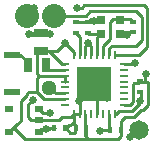
<source format=gtl>
G04 #@! TF.FileFunction,Copper,L1,Top,Signal*
%FSLAX46Y46*%
G04 Gerber Fmt 4.6, Leading zero omitted, Abs format (unit mm)*
G04 Created by KiCad (PCBNEW 4.0.3+e1-6302~38~ubuntu14.04.1-stable) date Wed Aug 31 10:57:53 2016*
%MOMM*%
%LPD*%
G01*
G04 APERTURE LIST*
%ADD10C,0.150000*%
%ADD11R,1.400000X0.500000*%
%ADD12R,1.143000X0.635000*%
%ADD13R,0.254000X0.762000*%
%ADD14R,0.762000X0.254000*%
%ADD15R,2.999740X2.999740*%
%ADD16R,0.700000X0.700000*%
%ADD17C,2.032000*%
%ADD18C,1.651000*%
%ADD19R,0.762000X0.508000*%
%ADD20C,1.280000*%
%ADD21R,0.599440X0.398780*%
%ADD22R,0.398780X0.599440*%
%ADD23R,0.635000X1.143000*%
%ADD24C,0.635000*%
%ADD25C,0.228600*%
G04 APERTURE END LIST*
D10*
D11*
X47193200Y-30429400D03*
X47193200Y-33629400D03*
D12*
X49631600Y-28625800D03*
X49631600Y-30149800D03*
D13*
X52915820Y-30457140D03*
X53416200Y-30457140D03*
X53916580Y-30457140D03*
X52415440Y-30457140D03*
D14*
X51666140Y-31206440D03*
X51666140Y-31706820D03*
X51666140Y-32207200D03*
X51666140Y-32707580D03*
X51666140Y-33205420D03*
X51666140Y-33705800D03*
X51666140Y-34206180D03*
X51666140Y-34706560D03*
D13*
X55915560Y-35455860D03*
X52415440Y-35455860D03*
X52915820Y-35455860D03*
X53416200Y-35455860D03*
X53916580Y-35455860D03*
X54414420Y-35455860D03*
X54914800Y-35455860D03*
X55415180Y-35455860D03*
D14*
X56664860Y-34706560D03*
X56664860Y-34206180D03*
X56664860Y-33705800D03*
X56664860Y-33205420D03*
X56664860Y-32707580D03*
X56664860Y-32207200D03*
X56664860Y-31706820D03*
X56664860Y-31206440D03*
D13*
X55915560Y-30457140D03*
X55415180Y-30457140D03*
X54914800Y-30457140D03*
X54414420Y-30457140D03*
D15*
X54165500Y-32956500D03*
D16*
X54724400Y-28692400D03*
X56324400Y-27492400D03*
X54724400Y-27492400D03*
X56324400Y-28692400D03*
D17*
X50749200Y-27127200D03*
X48437800Y-27127200D03*
D18*
X57962800Y-36830000D03*
D19*
X49504600Y-36944300D03*
X49504600Y-35039300D03*
X46964600Y-36944300D03*
X49504600Y-35991800D03*
X46964600Y-35039300D03*
D20*
X50368200Y-33223200D03*
D21*
X53644800Y-28592780D03*
X53644800Y-27693620D03*
X57404000Y-28541980D03*
X57404000Y-27642820D03*
D22*
X52585620Y-36677600D03*
X53484780Y-36677600D03*
D21*
X52578000Y-27693620D03*
X52578000Y-28592780D03*
D22*
X56393080Y-36830000D03*
X55493920Y-36830000D03*
D21*
X58064400Y-33571180D03*
X58064400Y-32672020D03*
D22*
X51655980Y-36677600D03*
X50756820Y-36677600D03*
D23*
X48539400Y-31292800D03*
X50063400Y-31292800D03*
D24*
X53644800Y-29464000D03*
X58521600Y-32054800D03*
X51689000Y-29464000D03*
X50063400Y-36753800D03*
X50419000Y-35331400D03*
X57607200Y-31140400D03*
X58064400Y-34391600D03*
X48971200Y-34264600D03*
X50419000Y-28651200D03*
X55219600Y-34137600D03*
X48641000Y-28702000D03*
X52882800Y-34340800D03*
X54152800Y-27584400D03*
X56896000Y-28803600D03*
X57150000Y-37388800D03*
X54610000Y-36880800D03*
X52679600Y-26466800D03*
X49085500Y-26479500D03*
D25*
X49631600Y-30149800D02*
X49555400Y-30149800D01*
X49555400Y-30149800D02*
X49301400Y-30403800D01*
X49301400Y-30403800D02*
X49301400Y-32029400D01*
X49301400Y-32029400D02*
X49517300Y-32245300D01*
X49517300Y-32245300D02*
X49517300Y-32207200D01*
X51666140Y-31206440D02*
X51399440Y-31206440D01*
X51399440Y-31206440D02*
X50342800Y-30149800D01*
X49631600Y-30149800D02*
X50342800Y-30149800D01*
X50342800Y-30149800D02*
X51003200Y-30149800D01*
X51003200Y-30149800D02*
X51689000Y-29464000D01*
X48437800Y-33731200D02*
X48437800Y-33832800D01*
X47929800Y-36017200D02*
X47650400Y-36296600D01*
X47650400Y-36296600D02*
X47307500Y-36639500D01*
X47929800Y-34340800D02*
X47929800Y-36017200D01*
X48437800Y-33832800D02*
X47929800Y-34340800D01*
X48564800Y-33604200D02*
X48437800Y-33731200D01*
X48437800Y-33731200D02*
X48456850Y-33712150D01*
X47307500Y-36639500D02*
X47028100Y-36918900D01*
X47028100Y-36918900D02*
X46939200Y-36918900D01*
X58115200Y-35102800D02*
X57505600Y-35712400D01*
X58724800Y-34696400D02*
X58318400Y-35102800D01*
X58318400Y-35102800D02*
X58115200Y-35102800D01*
X58724800Y-34340800D02*
X58724800Y-34696400D01*
X56393080Y-36062920D02*
X56393080Y-36830000D01*
X56743600Y-35712400D02*
X56393080Y-36062920D01*
X57505600Y-35712400D02*
X56743600Y-35712400D01*
X56393080Y-36824920D02*
X56393080Y-36830000D01*
X51666140Y-32207200D02*
X49517300Y-32207200D01*
X49517300Y-32207200D02*
X49555400Y-32207200D01*
X51666140Y-32707580D02*
X51666140Y-32207200D01*
X47307500Y-36639500D02*
X47358300Y-36639500D01*
X48260000Y-37541200D02*
X53644800Y-37541200D01*
X47358300Y-36639500D02*
X48260000Y-37541200D01*
X53484780Y-36677600D02*
X53484780Y-37193220D01*
X53484780Y-37193220D02*
X53416200Y-37261800D01*
X53416200Y-35455860D02*
X53416200Y-37261800D01*
X53416200Y-37261800D02*
X53416200Y-37312600D01*
X53416200Y-37312600D02*
X53644800Y-37541200D01*
X56393080Y-37332920D02*
X56393080Y-36830000D01*
X56184800Y-37541200D02*
X56393080Y-37332920D01*
X53644800Y-37541200D02*
X56184800Y-37541200D01*
X51666140Y-34206180D02*
X50850800Y-34206180D01*
X53916580Y-30457140D02*
X53916580Y-29735780D01*
X53916580Y-29735780D02*
X53644800Y-29464000D01*
X53416200Y-30457140D02*
X53416200Y-29692600D01*
X53416200Y-29692600D02*
X53644800Y-29464000D01*
X52415440Y-30457140D02*
X52425600Y-30446980D01*
X52425600Y-30446980D02*
X52425600Y-30200600D01*
X52425600Y-30200600D02*
X51689000Y-29464000D01*
X58420000Y-32773620D02*
X58420000Y-32156400D01*
X58420000Y-32156400D02*
X58521600Y-32054800D01*
X58064400Y-32773620D02*
X58420000Y-32773620D01*
X58420000Y-32773620D02*
X58681620Y-32773620D01*
X58681620Y-32773620D02*
X58724800Y-32816800D01*
X58724800Y-32816800D02*
X58724800Y-34340800D01*
X58724800Y-34340800D02*
X58724800Y-34290000D01*
X56664860Y-34706560D02*
X57177940Y-34706560D01*
X57467500Y-32893000D02*
X57409080Y-32951420D01*
X57536080Y-32824420D02*
X57912000Y-32824420D01*
X57467500Y-32893000D02*
X57536080Y-32824420D01*
X57404000Y-32956500D02*
X57409080Y-32951420D01*
X57404000Y-34480500D02*
X57404000Y-32956500D01*
X57177940Y-34706560D02*
X57404000Y-34480500D01*
X49326800Y-33604200D02*
X49326800Y-32435800D01*
X49326800Y-32435800D02*
X49555400Y-32207200D01*
X49326800Y-33604200D02*
X48564800Y-33604200D01*
X49987200Y-34206180D02*
X49928780Y-34206180D01*
X49928780Y-34206180D02*
X49326800Y-33604200D01*
X50850800Y-34206180D02*
X49987200Y-34206180D01*
X49987200Y-34206180D02*
X50012600Y-34206180D01*
X50012600Y-34206180D02*
X50055780Y-34206180D01*
X50850800Y-34206180D02*
X50868580Y-34206180D01*
X50444400Y-36639500D02*
X50330100Y-36753800D01*
X50330100Y-36753800D02*
X50063400Y-36753800D01*
X50063400Y-36753800D02*
X49644300Y-36753800D01*
X49644300Y-36753800D02*
X49479200Y-36918900D01*
X49479200Y-35013900D02*
X49796700Y-35331400D01*
X49796700Y-35331400D02*
X50419000Y-35331400D01*
X50858420Y-36639500D02*
X50444400Y-36639500D01*
X50444400Y-36639500D02*
X50165000Y-36639500D01*
X50165000Y-36639500D02*
X50101500Y-36576000D01*
X56664860Y-31206440D02*
X57541160Y-31206440D01*
X57541160Y-31206440D02*
X57607200Y-31140400D01*
X55915560Y-35455860D02*
X55984140Y-35455860D01*
X55984140Y-35455860D02*
X56235600Y-35204400D01*
X56235600Y-35204400D02*
X57353200Y-35204400D01*
X57353200Y-35204400D02*
X58064400Y-34493200D01*
X58064400Y-34493200D02*
X58064400Y-34391600D01*
X58102500Y-33660080D02*
X58102500Y-34353500D01*
X58102500Y-34353500D02*
X58064400Y-34391600D01*
X48590200Y-34899600D02*
X48590200Y-34645600D01*
X48590200Y-34645600D02*
X48971200Y-34264600D01*
X49631600Y-28625800D02*
X50393600Y-28625800D01*
X50393600Y-28625800D02*
X50419000Y-28651200D01*
X49555400Y-28727400D02*
X48666400Y-28727400D01*
X48666400Y-28727400D02*
X48641000Y-28702000D01*
X48742600Y-28600400D02*
X49428400Y-28600400D01*
X49428400Y-28600400D02*
X49555400Y-28727400D01*
X55219600Y-34137600D02*
X54165500Y-33083500D01*
X54165500Y-33083500D02*
X54165500Y-32956500D01*
X48590200Y-34899600D02*
X48577500Y-34912300D01*
X48577500Y-34912300D02*
X48539400Y-34950400D01*
X48539400Y-34950400D02*
X48539400Y-35712400D01*
X48539400Y-35712400D02*
X48793400Y-35966400D01*
X48793400Y-35966400D02*
X49479200Y-35966400D01*
X49479200Y-35966400D02*
X49504600Y-35991800D01*
X49504600Y-35991800D02*
X51155600Y-35991800D01*
X51155600Y-35991800D02*
X51460400Y-35687000D01*
X48488600Y-28854400D02*
X48742600Y-28600400D01*
X48742600Y-28600400D02*
X48641000Y-28702000D01*
X52882800Y-34340800D02*
X54165500Y-33058100D01*
X54165500Y-33058100D02*
X54165500Y-32956500D01*
X52527200Y-37033200D02*
X52527200Y-36736020D01*
X52527200Y-36736020D02*
X52585620Y-36677600D01*
X52585620Y-36677600D02*
X52585620Y-36482020D01*
X52585620Y-36482020D02*
X52324000Y-36220400D01*
X52534820Y-37033200D02*
X52527200Y-37033200D01*
X52527200Y-37033200D02*
X52151280Y-37033200D01*
X52151280Y-37033200D02*
X51757580Y-36639500D01*
X54203600Y-27441600D02*
X54203600Y-27533600D01*
X54203600Y-27533600D02*
X54152800Y-27584400D01*
X53644800Y-27693620D02*
X52578000Y-27693620D01*
X54724400Y-27441600D02*
X54203600Y-27441600D01*
X54203600Y-27441600D02*
X53896820Y-27441600D01*
X53896820Y-27441600D02*
X53644800Y-27693620D01*
X56324400Y-28641600D02*
X56734000Y-28641600D01*
X56734000Y-28641600D02*
X56896000Y-28803600D01*
X51460400Y-35687000D02*
X52184300Y-35687000D01*
X52184300Y-35687000D02*
X52415440Y-35455860D01*
X54414420Y-35455860D02*
X54414420Y-33205420D01*
X54414420Y-33205420D02*
X54165500Y-32956500D01*
X52915820Y-35455860D02*
X52915820Y-34206180D01*
X52915820Y-34206180D02*
X54165500Y-32956500D01*
X52415440Y-35455860D02*
X52915820Y-35455860D01*
X51996340Y-36400740D02*
X52143660Y-36400740D01*
X52143660Y-36400740D02*
X52324000Y-36220400D01*
X52324000Y-36220400D02*
X52415440Y-36128960D01*
X52415440Y-36128960D02*
X52415440Y-35455860D01*
X51757580Y-36639500D02*
X51996340Y-36400740D01*
X57353200Y-28491180D02*
X56474820Y-28491180D01*
X56474820Y-28491180D02*
X56324400Y-28641600D01*
X51460400Y-35687000D02*
X51523900Y-35687000D01*
X53995320Y-32964120D02*
X53746400Y-32715200D01*
X48539400Y-31292800D02*
X48539400Y-31089600D01*
X48539400Y-31089600D02*
X47879200Y-30429400D01*
X47879200Y-30429400D02*
X47193200Y-30429400D01*
X47320400Y-30454800D02*
X46736000Y-30454800D01*
X57962800Y-36830000D02*
X57708800Y-36830000D01*
X57708800Y-36830000D02*
X57150000Y-37388800D01*
X55493920Y-36830000D02*
X55415180Y-36751260D01*
X55415180Y-36751260D02*
X55415180Y-35455860D01*
X55493920Y-36830000D02*
X54660800Y-36830000D01*
X54660800Y-36830000D02*
X54610000Y-36880800D01*
X51666140Y-33705800D02*
X50927000Y-33705800D01*
X50927000Y-33705800D02*
X50444400Y-33223200D01*
X52915820Y-30457140D02*
X52915820Y-28930600D01*
X52915820Y-28930600D02*
X52578000Y-28592780D01*
X58166000Y-27228800D02*
X57708800Y-26771600D01*
X53797200Y-26771600D02*
X53848000Y-26771600D01*
X57658000Y-29667200D02*
X58166000Y-29159200D01*
X58166000Y-29159200D02*
X58166000Y-27228800D01*
X55415180Y-30457140D02*
X55415180Y-29878020D01*
X55626000Y-29667200D02*
X57150000Y-29667200D01*
X55415180Y-29878020D02*
X55626000Y-29667200D01*
X57150000Y-29667200D02*
X57658000Y-29667200D01*
X57658000Y-26771600D02*
X53848000Y-26771600D01*
X53441600Y-27127200D02*
X50647600Y-27127200D01*
X53441600Y-27127200D02*
X53797200Y-26771600D01*
X57708800Y-26771600D02*
X57658000Y-26771600D01*
X50647600Y-27127200D02*
X50622200Y-27127200D01*
X50622200Y-27127200D02*
X50609500Y-27114500D01*
X57985660Y-30457140D02*
X58623200Y-29819600D01*
X58623200Y-26517600D02*
X58369200Y-26263600D01*
X53086000Y-26466800D02*
X52679600Y-26466800D01*
X58318400Y-26263600D02*
X53289200Y-26263600D01*
X58623200Y-29718000D02*
X58623200Y-26619200D01*
X57985660Y-30457140D02*
X55915560Y-30457140D01*
X53289200Y-26263600D02*
X53086000Y-26466800D01*
X58369200Y-26263600D02*
X58318400Y-26263600D01*
X58623200Y-26619200D02*
X58623200Y-26517600D01*
X58623200Y-29819600D02*
X58623200Y-29718000D01*
X54414420Y-30457140D02*
X54414420Y-28951580D01*
X54414420Y-28951580D02*
X54724400Y-28641600D01*
X53644800Y-28592780D02*
X53693620Y-28641600D01*
X53693620Y-28641600D02*
X54724400Y-28641600D01*
X56324400Y-27441600D02*
X57202780Y-27441600D01*
X57202780Y-27441600D02*
X57353200Y-27592020D01*
X54914800Y-30457140D02*
X54914800Y-29718000D01*
X55768800Y-27441600D02*
X56324400Y-27441600D01*
X55524400Y-27686000D02*
X55768800Y-27441600D01*
X55524400Y-29108400D02*
X55524400Y-27686000D01*
X54914800Y-29718000D02*
X55524400Y-29108400D01*
X51666140Y-31706820D02*
X50368200Y-31706820D01*
X50368200Y-31706820D02*
X50208180Y-31546800D01*
M02*

</source>
